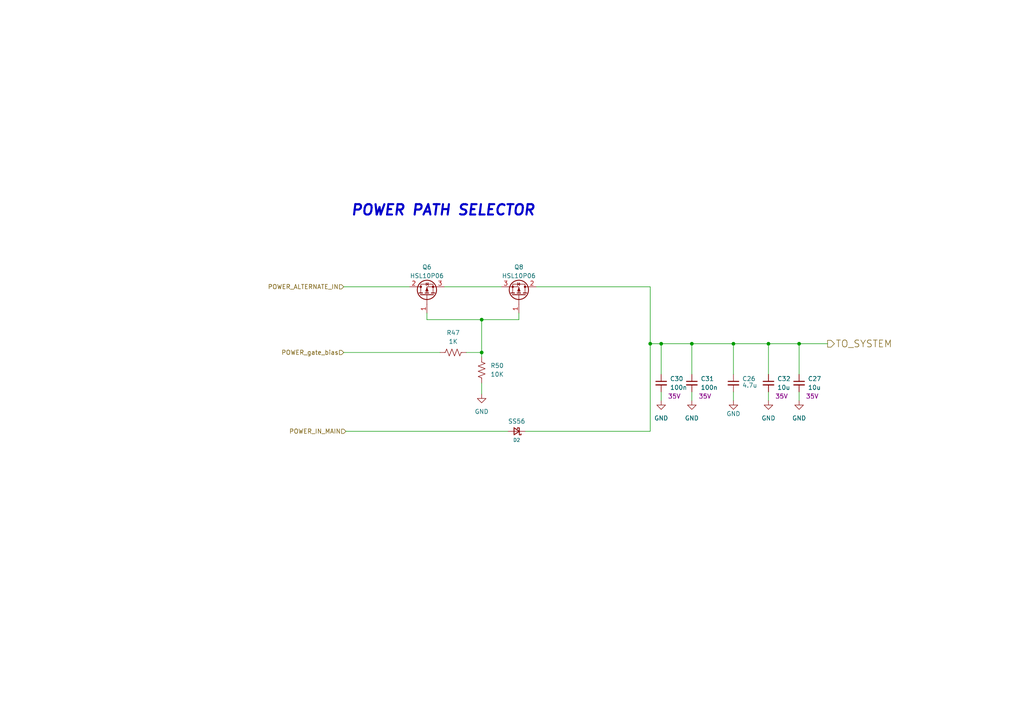
<source format=kicad_sch>
(kicad_sch (version 20230121) (generator eeschema)
  (paper "A4")
  (lib_symbols
    (symbol "Device:C_Small" (pin_numbers hide) (pin_names (offset 0.254) hide)
      (property "Reference" "C" (at 0.254 1.778 0))
      (property "Value" "C_Small" (at 0.254 -2.032 0))
      (symbol "C_Small_0_1"
        (polyline (pts (xy -1.524 -0.508) (xy 1.524 -0.508)) (stroke (width 0.3302)))
        (polyline (pts (xy -1.524 0.508) (xy 1.524 0.508)) (stroke (width 0.3048)))
      )
      (symbol "C_Small_1_1"
        (pin passive line (at 0 2.54 270) (length 2.032) (name "~") (number "1"))
        (pin passive line (at 0 -2.54 90) (length 2.032) (name "~") (number "2"))
      )
    )
    (symbol "Device:D_Schottky_Small" (pin_numbers hide) (pin_names (offset 0.254) hide)
      (property "Reference" "D" (at -1.27 2.032 0))
      (property "Value" "D_Schottky_Small" (at -7.112 -2.032 0))
      (symbol "D_Schottky_Small_0_1"
        (polyline (pts (xy -0.762 0) (xy 0.762 0)))
        (polyline (pts (xy 0.762 -1.016) (xy -0.762 0) (xy 0.762 1.016) (xy 0.762 -1.016)) (stroke (width 0.254)))
        (polyline (pts (xy -1.27 0.762) (xy -1.27 1.016) (xy -0.762 1.016) (xy -0.762 -1.016) (xy -0.254 -1.016) (xy -0.254 -0.762)) (stroke (width 0.254)))
      )
      (symbol "D_Schottky_Small_1_1"
        (pin passive line (at -2.54 0 0) (length 1.778) (name "K") (number "1"))
        (pin passive line (at 2.54 0 180) (length 1.778) (name "A") (number "2"))
      )
    )
    (symbol "Device:Q_PMOS_GDS" (pin_names (offset 0) hide)
      (property "Reference" "Q" (at 5.08 1.27 0))
      (property "Value" "Q_PMOS_GDS" (at 5.08 -1.27 0))
      (symbol "Q_PMOS_GDS_0_1"
        (polyline (pts (xy 0.254 0) (xy -2.54 0)))
        (polyline (pts (xy 0.254 1.905) (xy 0.254 -1.905)) (stroke (width 0.254)))
        (polyline (pts (xy 0.762 -1.27) (xy 0.762 -2.286)) (stroke (width 0.254)))
        (polyline (pts (xy 0.762 0.508) (xy 0.762 -0.508)) (stroke (width 0.254)))
        (polyline (pts (xy 0.762 2.286) (xy 0.762 1.27)) (stroke (width 0.254)))
        (polyline (pts (xy 2.54 2.54) (xy 2.54 1.778)))
        (polyline (pts (xy 2.54 -2.54) (xy 2.54 0) (xy 0.762 0)))
        (polyline (pts (xy 0.762 1.778) (xy 3.302 1.778) (xy 3.302 -1.778) (xy 0.762 -1.778)))
        (polyline (pts (xy 2.286 0) (xy 1.27 0.381) (xy 1.27 -0.381) (xy 2.286 0)) (fill (type outline)))
        (polyline (pts (xy 2.794 -0.508) (xy 2.921 -0.381) (xy 3.683 -0.381) (xy 3.81 -0.254)))
        (polyline (pts (xy 3.302 -0.381) (xy 2.921 0.254) (xy 3.683 0.254) (xy 3.302 -0.381)))
        (circle (center 1.651 0) (radius 2.794) (stroke (width 0.254)))
        (circle (center 2.54 -1.778) (radius 0.254) (fill (type outline)))
        (circle (center 2.54 1.778) (radius 0.254) (fill (type outline)))
      )
      (symbol "Q_PMOS_GDS_1_1"
        (pin input line (at -5.08 0 0) (length 2.54) (name "G") (number "1"))
        (pin passive line (at 2.54 5.08 270) (length 2.54) (name "D") (number "2"))
        (pin passive line (at 2.54 -5.08 90) (length 2.54) (name "S") (number "3"))
      )
    )
    (symbol "Device:R_US" (pin_numbers hide) (pin_names (offset 0))
      (property "Reference" "R" (at 2.54 0 90))
      (property "Value" "R_US" (at -2.54 0 90))
      (symbol "R_US_0_1"
        (polyline (pts (xy 0 -2.286) (xy 0 -2.54)))
        (polyline (pts (xy 0 2.286) (xy 0 2.54)))
        (polyline (pts (xy 0 -0.762) (xy 1.016 -1.143) (xy 0 -1.524) (xy -1.016 -1.905) (xy 0 -2.286)))
        (polyline (pts (xy 0 0.762) (xy 1.016 0.381) (xy 0 0) (xy -1.016 -0.381) (xy 0 -0.762)))
        (polyline (pts (xy 0 2.286) (xy 1.016 1.905) (xy 0 1.524) (xy -1.016 1.143) (xy 0 0.762)))
      )
      (symbol "R_US_1_1"
        (pin passive line (at 0 3.81 270) (length 1.27) (name "~") (number "1"))
        (pin passive line (at 0 -3.81 90) (length 1.27) (name "~") (number "2"))
      )
    )
    (symbol "power:GND" (power) (pin_names (offset 0))
      (property "Value" "GND" (at 0 -3.81 0))
      (symbol "GND_0_1"
        (polyline (pts (xy 0 0) (xy 0 -1.27) (xy 1.27 -1.27) (xy 0 -2.54) (xy -1.27 -1.27) (xy 0 -1.27)))
      )
      (symbol "GND_1_1"
        (pin power_in line (at 0 0 270) (length 0) hide (name "GND") (number "1"))
      )
    )
  )
  (junction (at 231.775 99.695))
  (junction (at 191.77 99.695))
  (junction (at 188.595 99.695))
  (junction (at 139.7 92.71))
  (junction (at 222.885 99.695))
  (junction (at 139.7 102.235))
  (junction (at 212.725 99.695))
  (junction (at 200.66 99.695))
  (wire (pts (xy 200.66 99.695) (xy 200.66 108.585)))
  (wire (pts (xy 123.825 90.805) (xy 123.825 92.71)))
  (wire (pts (xy 123.825 92.71) (xy 139.7 92.71)))
  (wire (pts (xy 139.7 102.235) (xy 139.7 103.505)))
  (wire (pts (xy 222.885 99.695) (xy 222.885 108.585)))
  (wire (pts (xy 212.725 99.695) (xy 212.725 108.585)))
  (wire (pts (xy 155.575 83.185) (xy 188.595 83.185)))
  (wire (pts (xy 99.695 102.235) (xy 127.635 102.235)))
  (wire (pts (xy 152.4 125.095) (xy 188.595 125.095)))
  (wire (pts (xy 188.595 99.695) (xy 188.595 83.185)))
  (wire (pts (xy 231.775 113.665) (xy 231.775 116.205)))
  (wire (pts (xy 150.495 92.71) (xy 150.495 90.805)))
  (wire (pts (xy 139.7 111.125) (xy 139.7 114.3)))
  (wire (pts (xy 212.725 113.665) (xy 212.725 116.205)))
  (wire (pts (xy 200.66 113.665) (xy 200.66 116.205)))
  (wire (pts (xy 135.255 102.235) (xy 139.7 102.235)))
  (wire (pts (xy 212.725 99.695) (xy 222.885 99.695)))
  (wire (pts (xy 200.66 99.695) (xy 212.725 99.695)))
  (wire (pts (xy 100.33 125.095) (xy 147.32 125.095)))
  (wire (pts (xy 139.7 92.71) (xy 150.495 92.71)))
  (wire (pts (xy 128.905 83.185) (xy 145.415 83.185)))
  (wire (pts (xy 191.77 99.695) (xy 191.77 108.585)))
  (wire (pts (xy 222.885 113.665) (xy 222.885 116.205)))
  (wire (pts (xy 231.775 99.695) (xy 240.03 99.695)))
  (wire (pts (xy 191.77 99.695) (xy 200.66 99.695)))
  (wire (pts (xy 191.77 113.665) (xy 191.77 116.205)))
  (wire (pts (xy 222.885 99.695) (xy 231.775 99.695)))
  (wire (pts (xy 188.595 125.095) (xy 188.595 99.695)))
  (wire (pts (xy 231.775 99.695) (xy 231.775 108.585)))
  (wire (pts (xy 188.595 99.695) (xy 191.77 99.695)))
  (wire (pts (xy 139.7 92.71) (xy 139.7 102.235)))
  (wire (pts (xy 99.695 83.185) (xy 118.745 83.185)))
  (text "POWER PATH SELECTOR" (at 101.6 62.865 0) (effects (font (size 3 3) bold italic) (justify left bottom)))
  (hierarchical_label "POWER_ALTERNATE_IN" (shape input) (at 99.695 83.185 180))
  (hierarchical_label "POWER_IN_MAIN" (shape input) (at 100.33 125.095 180))
  (hierarchical_label "POWER_gate_bias" (shape input) (at 99.695 102.235 180))
  (hierarchical_label "TO_SYSTEM" (shape output) (at 240.03 99.695 0) (effects (font (size 2 2))))
  (symbol (lib_id "Device:C_Small") (at 231.775 111.125 0) (unit 1)
    (property "Reference" "C27" (at 234.315 109.8612 0) (effects (justify left)))
    (property "Value" "10u" (at 234.315 112.395 0) (effects (justify left)))
    (property "Footprint" "Capacitor_SMD:C_0603_1608Metric" (effects hide))
    (property "VOLTAGE" "35V" (at 235.585 114.935 0))
  )
  (symbol (lib_id "Device:C_Small") (at 200.66 111.125 0) (unit 1)
    (property "Reference" "C31" (at 203.2 109.8612 0) (effects (justify left)))
    (property "Value" "100n" (at 203.2 112.395 0) (effects (justify left)))
    (property "Footprint" "Capacitor_SMD:C_0603_1608Metric" (effects hide))
    (property "VOLTAGE" "35V" (at 204.47 114.935 0))
  )
  (symbol (lib_id "Device:Q_PMOS_GDS") (at 123.825 85.725 90) (unit 1)
    (property "Reference" "Q6" (at 123.825 77.47 90))
    (property "Value" "HSL10P06\n" (at 123.825 80.01 90))
    (property "Footprint" "Package_TO_SOT_SMD:SOT-223" (effects hide))
  )
  (symbol (lib_id "Device:R_US") (at 139.7 107.315 0) (unit 1)
    (property "Reference" "R50" (at 142.24 106.0449 0) (effects (justify left)))
    (property "Value" "10K" (at 142.24 108.5849 0) (effects (justify left)))
    (property "Footprint" "Resistor_SMD:R_0402_1005Metric" (effects hide))
  )
  (symbol (lib_id "Device:R_US") (at 131.445 102.235 90) (unit 1)
    (property "Reference" "R47" (at 131.445 96.52 90))
    (property "Value" "1K" (at 131.445 99.06 90))
    (property "Footprint" "Resistor_SMD:R_0402_1005Metric" (effects hide))
  )
  (symbol (lib_id "power:GND") (at 231.775 116.205 0) (unit 1)
    (property "Reference" "#PWR059" (effects hide))
    (property "Value" "GND" (at 231.775 121.285 0))
  )
  (symbol (lib_id "power:GND") (at 222.885 116.205 0) (unit 1)
    (property "Reference" "#PWR084" (effects hide))
    (property "Value" "GND" (at 222.885 121.285 0))
  )
  (symbol (lib_id "power:GND") (at 200.66 116.205 0) (unit 1)
    (property "Reference" "#PWR093" (effects hide))
    (property "Value" "GND" (at 200.66 121.285 0))
  )
  (symbol (lib_id "power:GND") (at 139.7 114.3 0) (unit 1)
    (property "Reference" "#PWR057" (effects hide))
    (property "Value" "GND" (at 139.7 119.38 0))
  )
  (symbol (lib_id "Device:C_Small") (at 191.77 111.125 0) (unit 1)
    (property "Reference" "C30" (at 194.31 109.8612 0) (effects (justify left)))
    (property "Value" "100n" (at 194.31 112.395 0) (effects (justify left)))
    (property "Footprint" "Capacitor_SMD:C_0603_1608Metric" (effects hide))
    (property "VOLTAGE" "35V" (at 195.58 114.935 0))
  )
  (symbol (lib_id "power:GND") (at 191.77 116.205 0) (unit 1)
    (property "Reference" "#PWR092" (effects hide))
    (property "Value" "GND" (at 191.77 121.285 0))
  )
  (symbol (lib_id "Device:D_Schottky_Small") (at 149.86 125.095 180) (unit 1)
    (property "Reference" "D2" (at 149.86 127.635 0) (effects (font (size 0.9906 0.9906))))
    (property "Value" "SS56" (at 149.86 122.1994 0))
    (property "Footprint" "Diode_SMD:D_SMA" (effects hide))
  )
  (symbol (lib_id "Device:C_Small") (at 222.885 111.125 0) (unit 1)
    (property "Reference" "C32" (at 225.425 109.8612 0) (effects (justify left)))
    (property "Value" "10u" (at 225.425 112.395 0) (effects (justify left)))
    (property "Footprint" "Capacitor_SMD:C_0603_1608Metric" (effects hide))
    (property "VOLTAGE" "35V" (at 226.695 114.935 0))
  )
  (symbol (lib_id "power:GND") (at 212.725 116.205 0) (unit 1)
    (property "Reference" "#PWR058" (effects hide))
    (property "Value" "GND" (at 212.725 120.015 0))
  )
  (symbol (lib_id "Device:C_Small") (at 212.725 111.125 0) (unit 1)
    (property "Reference" "C26" (at 215.265 109.8612 0) (effects (justify left)))
    (property "Value" "4.7u" (at 215.265 111.76 0) (effects (justify left)))
    (property "Footprint" "Capacitor_SMD:C_0603_1608Metric" (effects hide))
  )
  (symbol (lib_id "Device:Q_PMOS_GDS") (at 150.495 85.725 270) (mirror x) (unit 1)
    (property "Reference" "Q8" (at 150.495 77.47 90))
    (property "Value" "HSL10P06" (at 150.495 80.01 90))
    (property "Footprint" "Package_TO_SOT_SMD:SOT-223" (effects hide))
  )
)
</source>
